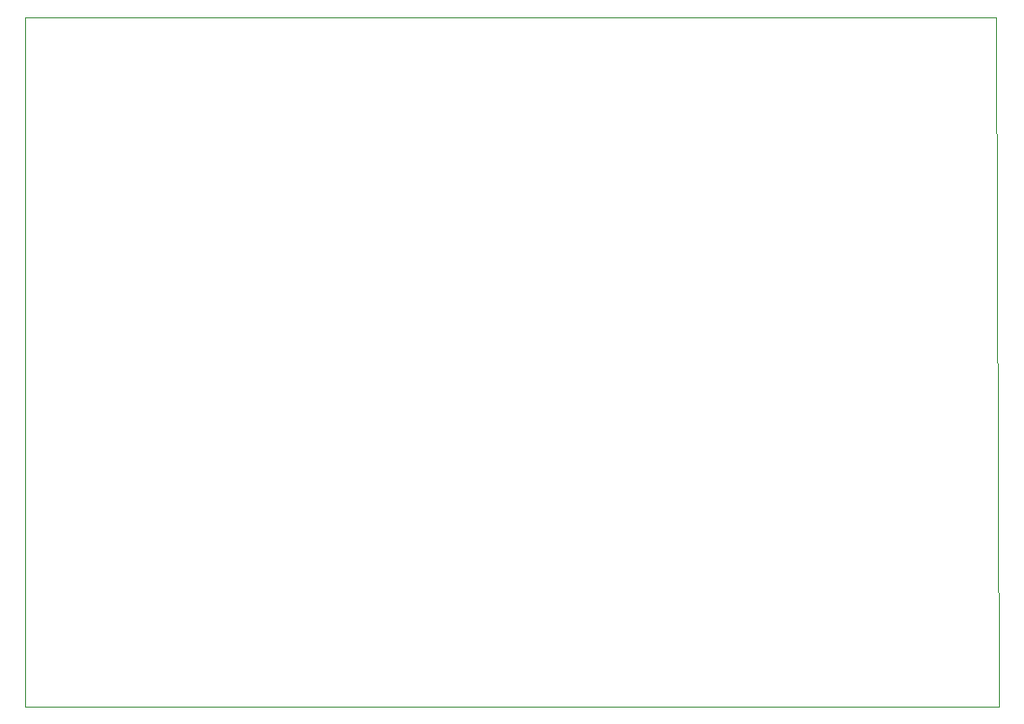
<source format=gbr>
%TF.GenerationSoftware,KiCad,Pcbnew,9.0.2*%
%TF.CreationDate,2025-10-25T22:23:18+02:00*%
%TF.ProjectId,raspberry screen,72617370-6265-4727-9279-207363726565,rev?*%
%TF.SameCoordinates,Original*%
%TF.FileFunction,Profile,NP*%
%FSLAX46Y46*%
G04 Gerber Fmt 4.6, Leading zero omitted, Abs format (unit mm)*
G04 Created by KiCad (PCBNEW 9.0.2) date 2025-10-25 22:23:18*
%MOMM*%
%LPD*%
G01*
G04 APERTURE LIST*
%TA.AperFunction,Profile*%
%ADD10C,0.050000*%
%TD*%
G04 APERTURE END LIST*
D10*
X85250000Y4000000D02*
X0Y4000000D01*
X85500000Y-56500000D02*
X0Y-56500000D01*
X85250000Y4000000D02*
X85500000Y-56500000D01*
X0Y4000000D02*
X0Y-56500000D01*
M02*

</source>
